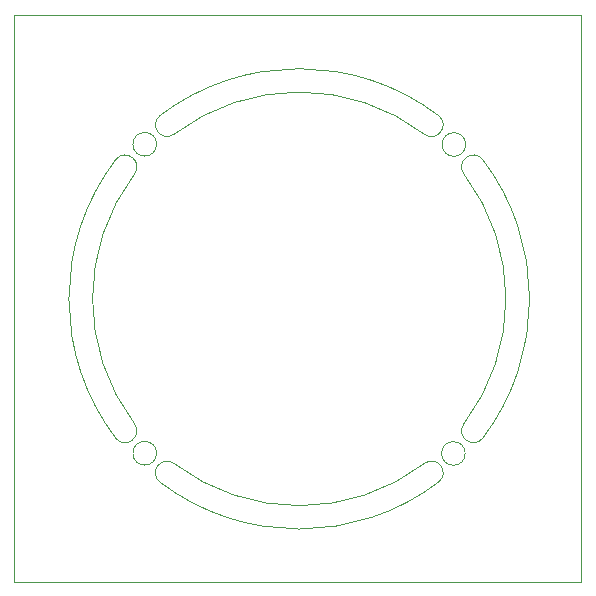
<source format=gbr>
%TF.GenerationSoftware,KiCad,Pcbnew,8.0.1*%
%TF.CreationDate,2024-12-08T15:20:28+09:00*%
%TF.ProjectId,watch,77617463-682e-46b6-9963-61645f706362,rev?*%
%TF.SameCoordinates,Original*%
%TF.FileFunction,Profile,NP*%
%FSLAX46Y46*%
G04 Gerber Fmt 4.6, Leading zero omitted, Abs format (unit mm)*
G04 Created by KiCad (PCBNEW 8.0.1) date 2024-12-08 15:20:28*
%MOMM*%
%LPD*%
G01*
G04 APERTURE LIST*
%TA.AperFunction,Profile*%
%ADD10C,0.050000*%
%TD*%
G04 APERTURE END LIST*
D10*
X105636991Y-78263471D02*
G75*
G02*
X105636992Y-101875508I-15527351J-11806019D01*
G01*
X105636991Y-101875506D02*
G75*
G02*
X104039601Y-100659463I-777391J636006D01*
G01*
X79511265Y-76130641D02*
G75*
G02*
X100719638Y-76139487I10598375J-13938849D01*
G01*
X101907957Y-74555722D02*
G75*
G02*
X100719686Y-76139420I-609957J-779978D01*
G01*
X104199637Y-76999489D02*
G75*
G02*
X102199637Y-76999489I-1000000J0D01*
G01*
X102199637Y-76999489D02*
G75*
G02*
X104199637Y-76999489I1000000J0D01*
G01*
X100721316Y-103995721D02*
G75*
G02*
X101909620Y-105579467I578284J-803779D01*
G01*
X79509999Y-76128977D02*
G75*
G02*
X78321686Y-74545219I-578299J803777D01*
G01*
X104039637Y-79479489D02*
G75*
G02*
X104039641Y-100659485I-13929997J-10590001D01*
G01*
X76178005Y-100659487D02*
G75*
G02*
X76178007Y-79479491I13930005J10589997D01*
G01*
X104039638Y-79479489D02*
G75*
G02*
X105636936Y-78263517I819962J579989D01*
G01*
X78029637Y-76979489D02*
G75*
G02*
X76029637Y-76979489I-1000000J0D01*
G01*
X76029637Y-76979489D02*
G75*
G02*
X78029637Y-76979489I1000000J0D01*
G01*
X74583899Y-78262639D02*
G75*
G02*
X76181356Y-79478729I777401J-636061D01*
G01*
X100722631Y-103997442D02*
G75*
G02*
X79500003Y-103999997I-10612991J13927952D01*
G01*
X78311680Y-105583767D02*
G75*
G02*
X79499984Y-104000022I610020J779967D01*
G01*
X101910949Y-105581214D02*
G75*
G02*
X78311682Y-105583763I-11801309J15511724D01*
G01*
X76171254Y-100660320D02*
G75*
G02*
X74573974Y-101876276I-819954J-579980D01*
G01*
X78320759Y-74543998D02*
G75*
G02*
X101907953Y-74555727I11785881J-15523442D01*
G01*
X78029637Y-103139489D02*
G75*
G02*
X76029637Y-103139489I-1000000J0D01*
G01*
X76029637Y-103139489D02*
G75*
G02*
X78029637Y-103139489I1000000J0D01*
G01*
X74582283Y-101875508D02*
G75*
G02*
X74582283Y-78263472I15527357J11806018D01*
G01*
X104159637Y-103159489D02*
G75*
G02*
X102159637Y-103159489I-1000000J0D01*
G01*
X102159637Y-103159489D02*
G75*
G02*
X104159637Y-103159489I1000000J0D01*
G01*
X66000000Y-66000000D02*
X114000000Y-66000000D01*
X114000000Y-114000000D01*
X66000000Y-114000000D01*
X66000000Y-66000000D01*
M02*

</source>
